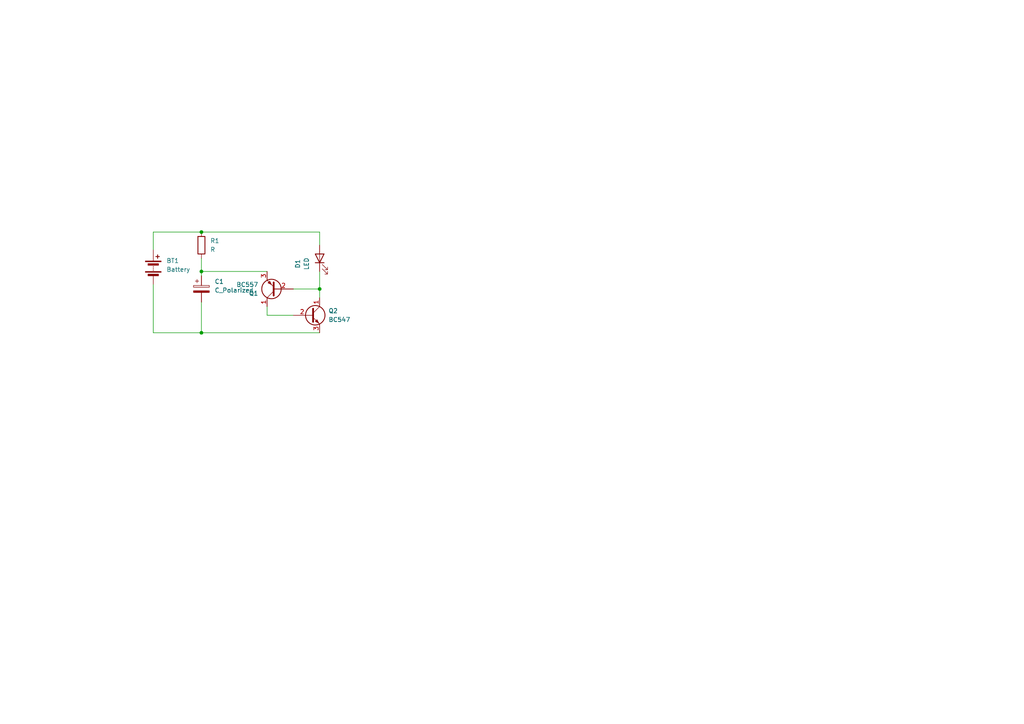
<source format=kicad_sch>
(kicad_sch (version 20230121) (generator eeschema)
  (paper "A4")
  (lib_symbols
    (symbol "Device:Battery" (pin_numbers hide) (pin_names (offset 0) hide)
      (property "Reference" "BT" (at 2.54 2.54 0))
      (property "Value" "Battery" (at 2.54 0 0))
      (symbol "Battery_0_1"
        (rectangle (start -2.286 -1.27) (end 2.286 -1.524) (fill (type outline)))
        (rectangle (start -2.286 1.778) (end 2.286 1.524) (fill (type outline)))
        (rectangle (start -1.524 -2.032) (end 1.524 -2.54) (fill (type outline)))
        (rectangle (start -1.524 1.016) (end 1.524 0.508) (fill (type outline)))
        (polyline (pts (xy 0 -1.016) (xy 0 -0.762)))
        (polyline (pts (xy 0 -0.508) (xy 0 -0.254)))
        (polyline (pts (xy 0 0) (xy 0 0.254)))
        (polyline (pts (xy 0 1.778) (xy 0 2.54)))
        (polyline (pts (xy 0.762 3.048) (xy 1.778 3.048)) (stroke (width 0.254)))
        (polyline (pts (xy 1.27 3.556) (xy 1.27 2.54)) (stroke (width 0.254)))
      )
      (symbol "Battery_1_1"
        (pin passive line (at 0 5.08 270) (length 2.54) (name "+") (number "1"))
        (pin passive line (at 0 -5.08 90) (length 2.54) (name "-") (number "2"))
      )
    )
    (symbol "Device:C_Polarized" (pin_numbers hide) (pin_names (offset 0.254))
      (property "Reference" "C" (at 0.635 2.54 0))
      (property "Value" "C_Polarized" (at 0.635 -2.54 0))
      (symbol "C_Polarized_0_1"
        (rectangle (start -2.286 0.508) (end 2.286 1.016))
        (polyline (pts (xy -1.778 2.286) (xy -0.762 2.286)))
        (polyline (pts (xy -1.27 2.794) (xy -1.27 1.778)))
        (rectangle (start 2.286 -0.508) (end -2.286 -1.016) (fill (type outline)))
      )
      (symbol "C_Polarized_1_1"
        (pin passive line (at 0 3.81 270) (length 2.794) (name "~") (number "1"))
        (pin passive line (at 0 -3.81 90) (length 2.794) (name "~") (number "2"))
      )
    )
    (symbol "Device:LED" (pin_numbers hide) (pin_names (offset 1.016) hide)
      (property "Reference" "D" (at 0 2.54 0))
      (property "Value" "LED" (at 0 -2.54 0))
      (symbol "LED_0_1"
        (polyline (pts (xy -1.27 -1.27) (xy -1.27 1.27)) (stroke (width 0.254)))
        (polyline (pts (xy -1.27 0) (xy 1.27 0)))
        (polyline (pts (xy 1.27 -1.27) (xy 1.27 1.27) (xy -1.27 0) (xy 1.27 -1.27)) (stroke (width 0.254)))
        (polyline (pts (xy -3.048 -0.762) (xy -4.572 -2.286) (xy -3.81 -2.286) (xy -4.572 -2.286) (xy -4.572 -1.524)))
        (polyline (pts (xy -1.778 -0.762) (xy -3.302 -2.286) (xy -2.54 -2.286) (xy -3.302 -2.286) (xy -3.302 -1.524)))
      )
      (symbol "LED_1_1"
        (pin passive line (at -3.81 0 0) (length 2.54) (name "K") (number "1"))
        (pin passive line (at 3.81 0 180) (length 2.54) (name "A") (number "2"))
      )
    )
    (symbol "Device:R" (pin_numbers hide) (pin_names (offset 0))
      (property "Reference" "R" (at 2.032 0 90))
      (property "Value" "R" (at 0 0 90))
      (symbol "R_0_1"
        (rectangle (start -1.016 -2.54) (end 1.016 2.54) (stroke (width 0.254)))
      )
      (symbol "R_1_1"
        (pin passive line (at 0 3.81 270) (length 1.27) (name "~") (number "1"))
        (pin passive line (at 0 -3.81 90) (length 1.27) (name "~") (number "2"))
      )
    )
    (symbol "Transistor_BJT:BC547" (pin_names (offset 0) hide)
      (property "Reference" "Q" (at 5.08 1.905 0))
      (property "Value" "BC547" (at 5.08 0 0))
      (symbol "BC547_0_1"
        (polyline (pts (xy 0 0) (xy 0.635 0)))
        (polyline (pts (xy 0.635 0.635) (xy 2.54 2.54)))
        (polyline (pts (xy 0.635 -0.635) (xy 2.54 -2.54) (xy 2.54 -2.54)))
        (polyline (pts (xy 0.635 1.905) (xy 0.635 -1.905) (xy 0.635 -1.905)) (stroke (width 0.508)))
        (polyline (pts (xy 1.27 -1.778) (xy 1.778 -1.27) (xy 2.286 -2.286) (xy 1.27 -1.778) (xy 1.27 -1.778)) (fill (type outline)))
        (circle (center 1.27 0) (radius 2.8194) (stroke (width 0.254)))
      )
      (symbol "BC547_1_1"
        (pin passive line (at 2.54 5.08 270) (length 2.54) (name "C") (number "1"))
        (pin input line (at -5.08 0 0) (length 5.08) (name "B") (number "2"))
        (pin passive line (at 2.54 -5.08 90) (length 2.54) (name "E") (number "3"))
      )
    )
    (symbol "Transistor_BJT:BC557" (pin_names (offset 0) hide)
      (property "Reference" "Q" (at 5.08 1.905 0))
      (property "Value" "BC557" (at 5.08 0 0))
      (symbol "BC557_0_1"
        (polyline (pts (xy 0.635 0.635) (xy 2.54 2.54)))
        (polyline (pts (xy 0.635 -0.635) (xy 2.54 -2.54) (xy 2.54 -2.54)))
        (polyline (pts (xy 0.635 1.905) (xy 0.635 -1.905) (xy 0.635 -1.905)) (stroke (width 0.508)))
        (polyline (pts (xy 2.286 -1.778) (xy 1.778 -2.286) (xy 1.27 -1.27) (xy 2.286 -1.778) (xy 2.286 -1.778)) (fill (type outline)))
        (circle (center 1.27 0) (radius 2.8194) (stroke (width 0.254)))
      )
      (symbol "BC557_1_1"
        (pin passive line (at 2.54 5.08 270) (length 2.54) (name "C") (number "1"))
        (pin input line (at -5.08 0 0) (length 5.715) (name "B") (number "2"))
        (pin passive line (at 2.54 -5.08 90) (length 2.54) (name "E") (number "3"))
      )
    )
  )
  (junction (at 58.42 67.31))
  (junction (at 58.42 96.52))
  (junction (at 92.71 83.82))
  (junction (at 58.42 78.74))
  (wire (pts (xy 44.45 82.55) (xy 44.45 96.52)))
  (wire (pts (xy 58.42 74.93) (xy 58.42 78.74)))
  (wire (pts (xy 85.09 83.82) (xy 92.71 83.82)))
  (wire (pts (xy 58.42 96.52) (xy 92.71 96.52)))
  (wire (pts (xy 92.71 71.12) (xy 92.71 67.31)))
  (wire (pts (xy 58.42 87.63) (xy 58.42 96.52)))
  (wire (pts (xy 44.45 67.31) (xy 58.42 67.31)))
  (wire (pts (xy 92.71 83.82) (xy 92.71 86.36)))
  (wire (pts (xy 44.45 96.52) (xy 58.42 96.52)))
  (wire (pts (xy 77.47 91.44) (xy 77.47 88.9)))
  (wire (pts (xy 44.45 72.39) (xy 44.45 67.31)))
  (wire (pts (xy 85.09 91.44) (xy 77.47 91.44)))
  (wire (pts (xy 58.42 78.74) (xy 58.42 80.01)))
  (wire (pts (xy 58.42 78.74) (xy 77.47 78.74)))
  (wire (pts (xy 92.71 78.74) (xy 92.71 83.82)))
  (wire (pts (xy 92.71 67.31) (xy 58.42 67.31)))
  (symbol (lib_id "Device:C_Polarized") (at 58.42 83.82 0) (unit 1)
    (property "Reference" "C1" (at 62.23 81.661 0) (effects (justify left)))
    (property "Value" "C_Polarized" (at 62.23 84.201 0) (effects (justify left)))
    (property "Footprint" "Capacitor_THT:CP_Radial_D5.0mm_P2.50mm" (effects hide))
  )
  (symbol (lib_id "Transistor_BJT:BC547") (at 90.17 91.44 0) (unit 1)
    (property "Reference" "Q2" (at 95.25 90.17 0) (effects (justify left)))
    (property "Value" "BC547" (at 95.25 92.71 0) (effects (justify left)))
    (property "Footprint" "Package_TO_SOT_THT:TO-92_Inline" (effects hide))
    (property "Datasheet" "https://www.onsemi.com/pub/Collateral/BC550-D.pdf" (effects hide))
  )
  (symbol (lib_id "Device:Battery") (at 44.45 77.47 0) (unit 1)
    (property "Reference" "BT1" (at 48.26 75.6285 0) (effects (justify left)))
    (property "Value" "Battery" (at 48.26 78.1685 0) (effects (justify left)))
    (property "Footprint" "Battery:BatteryHolder_Keystone_107_1x23mm" (effects hide))
  )
  (symbol (lib_id "Transistor_BJT:BC557") (at 80.01 83.82 180) (unit 1)
    (property "Reference" "Q1" (at 74.93 85.09 0) (effects (justify left)))
    (property "Value" "BC557" (at 74.93 82.55 0) (effects (justify left)))
    (property "Footprint" "Package_TO_SOT_THT:TO-92_Inline" (effects hide))
    (property "Datasheet" "https://www.onsemi.com/pub/Collateral/BC556BTA-D.pdf" (effects hide))
  )
  (symbol (lib_id "Device:R") (at 58.42 71.12 0) (unit 1)
    (property "Reference" "R1" (at 60.96 69.85 0) (effects (justify left)))
    (property "Value" "R" (at 60.96 72.39 0) (effects (justify left)))
    (property "Footprint" "Resistor_THT:R_Axial_DIN0204_L3.6mm_D1.6mm_P7.62mm_Horizontal" (effects hide))
  )
  (symbol (lib_id "Device:LED") (at 92.71 74.93 90) (unit 1)
    (property "Reference" "D1" (at 86.36 76.5175 0))
    (property "Value" "LED" (at 88.9 76.5175 0))
    (property "Footprint" "LED_THT:LED_D3.0mm" (effects hide))
  )
)
</source>
